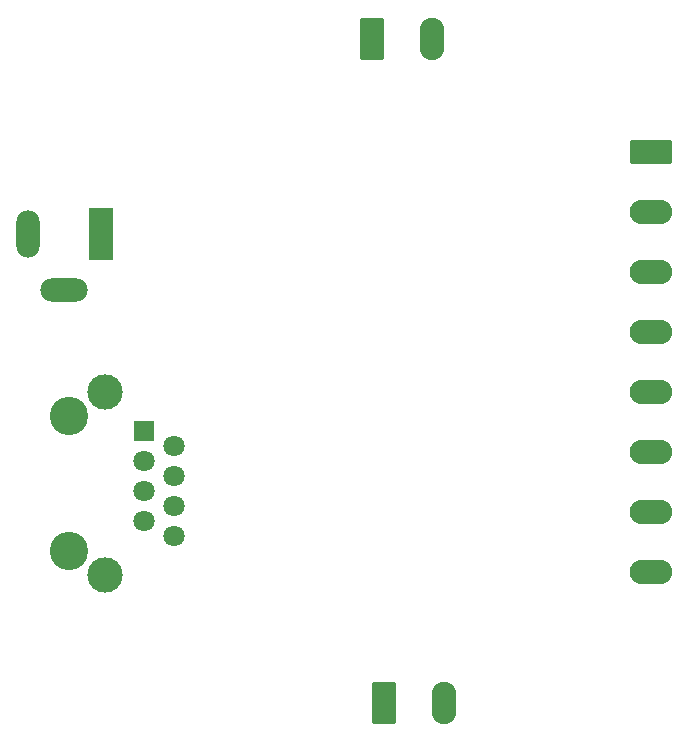
<source format=gbr>
%TF.GenerationSoftware,KiCad,Pcbnew,8.0.6*%
%TF.CreationDate,2025-02-19T13:51:36-05:00*%
%TF.ProjectId,HB-IC,48422d49-432e-46b6-9963-61645f706362,rev?*%
%TF.SameCoordinates,Original*%
%TF.FileFunction,Soldermask,Top*%
%TF.FilePolarity,Negative*%
%FSLAX46Y46*%
G04 Gerber Fmt 4.6, Leading zero omitted, Abs format (unit mm)*
G04 Created by KiCad (PCBNEW 8.0.6) date 2025-02-19 13:51:36*
%MOMM*%
%LPD*%
G01*
G04 APERTURE LIST*
G04 Aperture macros list*
%AMRoundRect*
0 Rectangle with rounded corners*
0 $1 Rounding radius*
0 $2 $3 $4 $5 $6 $7 $8 $9 X,Y pos of 4 corners*
0 Add a 4 corners polygon primitive as box body*
4,1,4,$2,$3,$4,$5,$6,$7,$8,$9,$2,$3,0*
0 Add four circle primitives for the rounded corners*
1,1,$1+$1,$2,$3*
1,1,$1+$1,$4,$5*
1,1,$1+$1,$6,$7*
1,1,$1+$1,$8,$9*
0 Add four rect primitives between the rounded corners*
20,1,$1+$1,$2,$3,$4,$5,0*
20,1,$1+$1,$4,$5,$6,$7,0*
20,1,$1+$1,$6,$7,$8,$9,0*
20,1,$1+$1,$8,$9,$2,$3,0*%
G04 Aperture macros list end*
%ADD10RoundRect,0.249999X-0.790001X-1.550001X0.790001X-1.550001X0.790001X1.550001X-0.790001X1.550001X0*%
%ADD11O,2.080000X3.600000*%
%ADD12RoundRect,0.249999X-1.550001X0.790001X-1.550001X-0.790001X1.550001X-0.790001X1.550001X0.790001X0*%
%ADD13O,3.600000X2.080000*%
%ADD14R,2.000000X4.500000*%
%ADD15O,2.000000X4.000000*%
%ADD16O,4.000000X2.000000*%
%ADD17C,3.250000*%
%ADD18R,1.800000X1.800000*%
%ADD19C,1.800000*%
%ADD20C,3.000000*%
G04 APERTURE END LIST*
D10*
%TO.C,J4*%
X94020000Y-54570000D03*
D11*
X99100000Y-54570000D03*
%TD*%
D12*
%TO.C,J5*%
X117660000Y-64140000D03*
D13*
X117660000Y-69220000D03*
X117660000Y-74300000D03*
X117660000Y-79380000D03*
X117660000Y-84460000D03*
X117660000Y-89540000D03*
X117660000Y-94620000D03*
X117660000Y-99700000D03*
%TD*%
D10*
%TO.C,J3*%
X95050000Y-110820000D03*
D11*
X100130000Y-110820000D03*
%TD*%
D14*
%TO.C,J2*%
X71140000Y-71130000D03*
D15*
X64940000Y-71130000D03*
D16*
X67940000Y-75830000D03*
%TD*%
D17*
%TO.C,J1*%
X68365000Y-86525000D03*
X68365000Y-97955000D03*
D18*
X74715000Y-87795000D03*
D19*
X77255000Y-89065000D03*
X74715000Y-90335000D03*
X77255000Y-91605000D03*
X74715000Y-92875000D03*
X77255000Y-94145000D03*
X74715000Y-95415000D03*
X77255000Y-96685000D03*
D20*
X71415000Y-84495000D03*
X71415000Y-99985000D03*
%TD*%
M02*

</source>
